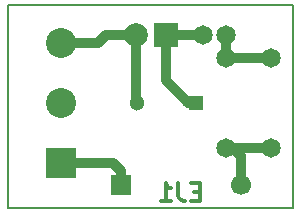
<source format=gbr>
G04 #@! TF.FileFunction,Copper,L2,Bot,Signal*
%FSLAX46Y46*%
G04 Gerber Fmt 4.6, Leading zero omitted, Abs format (unit mm)*
G04 Created by KiCad (PCBNEW 4.0.0-rc1-stable) date 30/11/2015 17:10:56*
%MOMM*%
G01*
G04 APERTURE LIST*
%ADD10C,0.100000*%
%ADD11C,0.150000*%
%ADD12C,0.300000*%
%ADD13R,1.300000X1.300000*%
%ADD14C,1.300000*%
%ADD15R,2.000000X2.000000*%
%ADD16C,2.000000*%
%ADD17C,1.699260*%
%ADD18R,1.699260X1.699260*%
%ADD19R,2.540000X2.540000*%
%ADD20C,2.540000*%
%ADD21C,1.651000*%
%ADD22C,0.812800*%
G04 APERTURE END LIST*
D10*
D11*
X169545000Y-116840000D02*
X167005000Y-116840000D01*
X169545000Y-99695000D02*
X167005000Y-99695000D01*
X169545000Y-99695000D02*
X169545000Y-116840000D01*
D12*
X161627142Y-115462857D02*
X161127142Y-115462857D01*
X160912856Y-116248571D02*
X161627142Y-116248571D01*
X161627142Y-114748571D01*
X160912856Y-114748571D01*
X159841428Y-114748571D02*
X159841428Y-115820000D01*
X159912856Y-116034286D01*
X160055713Y-116177143D01*
X160269999Y-116248571D01*
X160412856Y-116248571D01*
X158341428Y-116248571D02*
X159198571Y-116248571D01*
X158769999Y-116248571D02*
X158769999Y-114748571D01*
X158912856Y-114962857D01*
X159055714Y-115105714D01*
X159198571Y-115177143D01*
D11*
X145415000Y-116840000D02*
X167005000Y-116840000D01*
X145415000Y-116205000D02*
X145415000Y-116840000D01*
X166370000Y-99695000D02*
X167005000Y-99695000D01*
X145415000Y-99695000D02*
X166370000Y-99695000D01*
X145415000Y-116205000D02*
X145415000Y-99695000D01*
D13*
X161290000Y-107950000D03*
D14*
X156290000Y-107950000D03*
D15*
X158750000Y-102235000D03*
D16*
X156210000Y-102235000D03*
D17*
X165100520Y-114932460D03*
D18*
X154940520Y-114932460D03*
D19*
X149860000Y-113030000D03*
D20*
X149860000Y-107950000D03*
X149860000Y-102870000D03*
D21*
X163830000Y-104140000D03*
X163830000Y-111760000D03*
X167640000Y-104140000D03*
X167640000Y-111760000D03*
X161925000Y-102235000D03*
X163830000Y-102235000D03*
D22*
X163830000Y-104140000D02*
X167640000Y-104140000D01*
X163830000Y-104140000D02*
X163830000Y-102235000D01*
X161925000Y-102235000D02*
X158750000Y-102235000D01*
X158750000Y-102235000D02*
X158750000Y-106045000D01*
X158750000Y-106045000D02*
X160655000Y-107950000D01*
X160655000Y-107950000D02*
X161290000Y-107950000D01*
X149860000Y-102870000D02*
X153035000Y-102870000D01*
X153670000Y-102235000D02*
X156210000Y-102235000D01*
X153035000Y-102870000D02*
X153670000Y-102235000D01*
X156210000Y-102235000D02*
X156210000Y-107870000D01*
X156210000Y-107870000D02*
X156290000Y-107950000D01*
X167640000Y-111760000D02*
X163830000Y-111760000D01*
X163830000Y-111760000D02*
X164465000Y-111760000D01*
X164465000Y-111760000D02*
X165100520Y-112395520D01*
X165100520Y-112395520D02*
X165100520Y-114932460D01*
X149860000Y-113030000D02*
X154305000Y-113030000D01*
X154940520Y-113665520D02*
X154940520Y-114932460D01*
X154305000Y-113030000D02*
X154940520Y-113665520D01*
M02*

</source>
